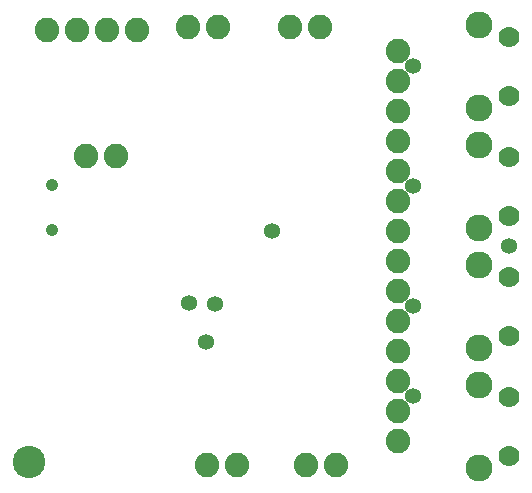
<source format=gbs>
G75*
%MOIN*%
%OFA0B0*%
%FSLAX25Y25*%
%IPPOS*%
%LPD*%
%AMOC8*
5,1,8,0,0,1.08239X$1,22.5*
%
%ADD10C,0.10800*%
%ADD11C,0.04146*%
%ADD12C,0.08200*%
%ADD13C,0.09000*%
%ADD14C,0.07000*%
%ADD15C,0.05359*%
D10*
X0022346Y0014400D03*
D11*
X0030008Y0091920D03*
X0030008Y0106880D03*
D12*
X0041346Y0116400D03*
X0051346Y0116400D03*
X0048346Y0158400D03*
X0038346Y0158400D03*
X0028346Y0158400D03*
X0058346Y0158400D03*
X0075346Y0159400D03*
X0085346Y0159400D03*
X0109346Y0159400D03*
X0119346Y0159400D03*
X0145346Y0151400D03*
X0145346Y0141400D03*
X0145346Y0131400D03*
X0145346Y0121400D03*
X0145346Y0111400D03*
X0145346Y0101400D03*
X0145346Y0091400D03*
X0145346Y0081400D03*
X0145346Y0071400D03*
X0145346Y0061400D03*
X0145346Y0051400D03*
X0145346Y0041400D03*
X0145346Y0031400D03*
X0145346Y0021400D03*
X0124846Y0013400D03*
X0114846Y0013400D03*
X0091846Y0013400D03*
X0081846Y0013400D03*
D13*
X0172504Y0012620D03*
X0172504Y0040180D03*
X0172504Y0052620D03*
X0172504Y0080180D03*
X0172504Y0092620D03*
X0172504Y0120180D03*
X0172504Y0132620D03*
X0172504Y0160180D03*
D14*
X0182346Y0156243D03*
X0182346Y0136557D03*
X0182346Y0116243D03*
X0182346Y0096557D03*
X0182346Y0076243D03*
X0182346Y0056557D03*
X0182346Y0036243D03*
X0182346Y0016557D03*
D15*
X0150346Y0036400D03*
X0150346Y0066400D03*
X0182346Y0086400D03*
X0150346Y0106400D03*
X0103277Y0091470D03*
X0084346Y0067339D03*
X0075607Y0067400D03*
X0081346Y0054453D03*
X0150346Y0146400D03*
M02*

</source>
